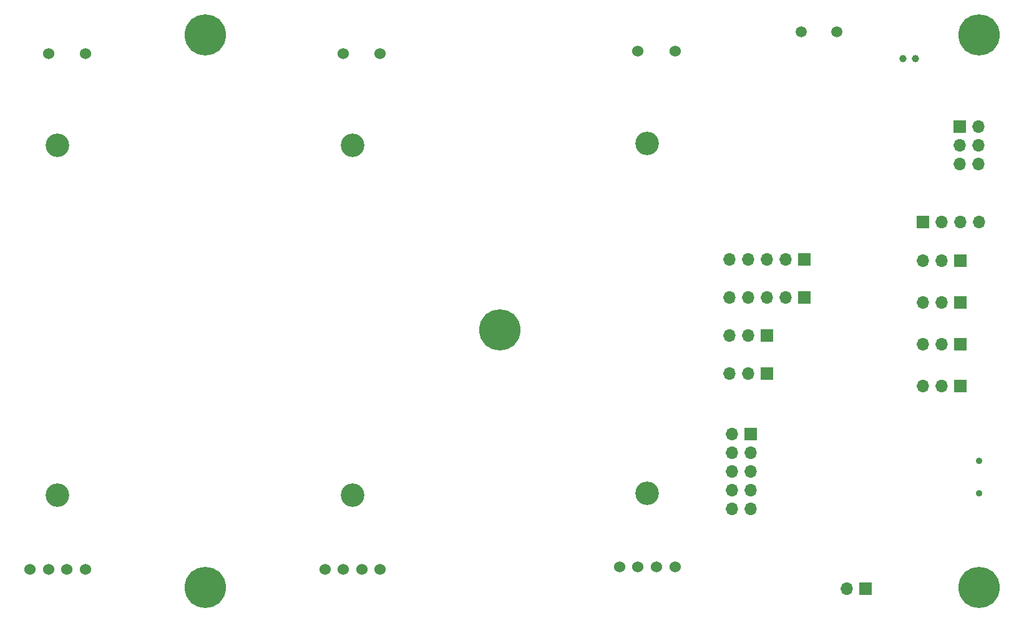
<source format=gbs>
%TF.GenerationSoftware,KiCad,Pcbnew,5.1.10-88a1d61d58~88~ubuntu20.04.1*%
%TF.CreationDate,2021-05-18T23:57:07+02:00*%
%TF.ProjectId,C152Quadrant,43313532-5175-4616-9472-616e742e6b69,rev?*%
%TF.SameCoordinates,Original*%
%TF.FileFunction,Soldermask,Bot*%
%TF.FilePolarity,Negative*%
%FSLAX46Y46*%
G04 Gerber Fmt 4.6, Leading zero omitted, Abs format (unit mm)*
G04 Created by KiCad (PCBNEW 5.1.10-88a1d61d58~88~ubuntu20.04.1) date 2021-05-18 23:57:07*
%MOMM*%
%LPD*%
G01*
G04 APERTURE LIST*
%ADD10C,3.200000*%
%ADD11C,1.524000*%
%ADD12O,1.700000X1.700000*%
%ADD13R,1.700000X1.700000*%
%ADD14C,0.900000*%
%ADD15C,1.500000*%
%ADD16C,1.000000*%
%ADD17C,5.600000*%
G04 APERTURE END LIST*
D10*
%TO.C,RV_MIXT1*%
X190000000Y-94700000D03*
X190000000Y-142200000D03*
D11*
X193750000Y-82200000D03*
X188750000Y-82200000D03*
X193750000Y-152200000D03*
X191250000Y-152200000D03*
X186250000Y-152200000D03*
X188750000Y-152200000D03*
%TD*%
D10*
%TO.C,RV_CARB1*%
X110000000Y-95000000D03*
X110000000Y-142500000D03*
D11*
X113750000Y-82500000D03*
X108750000Y-82500000D03*
X113750000Y-152500000D03*
X111250000Y-152500000D03*
X106250000Y-152500000D03*
X108750000Y-152500000D03*
%TD*%
D10*
%TO.C,RV_THROT1*%
X150000000Y-95000000D03*
X150000000Y-142500000D03*
D11*
X153750000Y-82500000D03*
X148750000Y-82500000D03*
X153750000Y-152500000D03*
X151250000Y-152500000D03*
X146250000Y-152500000D03*
X148750000Y-152500000D03*
%TD*%
D12*
%TO.C,ENC_ALT1*%
X227420000Y-110600000D03*
X229960000Y-110600000D03*
D13*
X232500000Y-110600000D03*
%TD*%
%TO.C,ENC_COMP1*%
X232500000Y-116266666D03*
D12*
X229960000Y-116266666D03*
X227420000Y-116266666D03*
%TD*%
%TO.C,ENC_NAV1_SW1*%
X227420000Y-121933332D03*
X229960000Y-121933332D03*
D13*
X232500000Y-121933332D03*
%TD*%
%TO.C,ENC_NAV2_SW1*%
X232500000Y-127600000D03*
D12*
X229960000Y-127600000D03*
X227420000Y-127600000D03*
%TD*%
D13*
%TO.C,J1*%
X232400000Y-92400000D03*
D12*
X234940000Y-92400000D03*
X232400000Y-94940000D03*
X234940000Y-94940000D03*
X232400000Y-97480000D03*
X234940000Y-97480000D03*
%TD*%
D14*
%TO.C,J2*%
X235000000Y-142200000D03*
X235000000Y-137800000D03*
%TD*%
D13*
%TO.C,PWRLED1*%
X219600000Y-155200000D03*
D12*
X217060000Y-155200000D03*
%TD*%
%TO.C,RV_FLAPS1*%
X201170000Y-125950000D03*
X203710000Y-125950000D03*
D13*
X206250000Y-125950000D03*
%TD*%
%TO.C,RV_TRIM1*%
X206250000Y-120783332D03*
D12*
X203710000Y-120783332D03*
X201170000Y-120783332D03*
%TD*%
D13*
%TO.C,STLNK1*%
X227400000Y-105400000D03*
D12*
X229940000Y-105400000D03*
X232480000Y-105400000D03*
X235020000Y-105400000D03*
%TD*%
D15*
%TO.C,Y1*%
X215750000Y-79550000D03*
X210870000Y-79550000D03*
%TD*%
D16*
%TO.C,Y2*%
X226350000Y-83150000D03*
X224650000Y-83150000D03*
%TD*%
D12*
%TO.C,ENC_NAV1*%
X201190000Y-110450000D03*
X203730000Y-110450000D03*
X206270000Y-110450000D03*
X208810000Y-110450000D03*
D13*
X211350000Y-110450000D03*
%TD*%
%TO.C,ENC_NAV2*%
X211350000Y-115616666D03*
D12*
X208810000Y-115616666D03*
X206270000Y-115616666D03*
X203730000Y-115616666D03*
X201190000Y-115616666D03*
%TD*%
D17*
%TO.C,H1*%
X130000000Y-80000000D03*
%TD*%
%TO.C,H2*%
X170000000Y-120000000D03*
%TD*%
%TO.C,H3*%
X235000000Y-155000000D03*
%TD*%
%TO.C,H4*%
X130000000Y-155000000D03*
%TD*%
%TO.C,H5*%
X235000000Y-80000000D03*
%TD*%
D13*
%TO.C,J3*%
X204000000Y-134200000D03*
D12*
X201460000Y-134200000D03*
X204000000Y-136740000D03*
X201460000Y-136740000D03*
X204000000Y-139280000D03*
X201460000Y-139280000D03*
X204000000Y-141820000D03*
X201460000Y-141820000D03*
X204000000Y-144360000D03*
X201460000Y-144360000D03*
%TD*%
M02*

</source>
